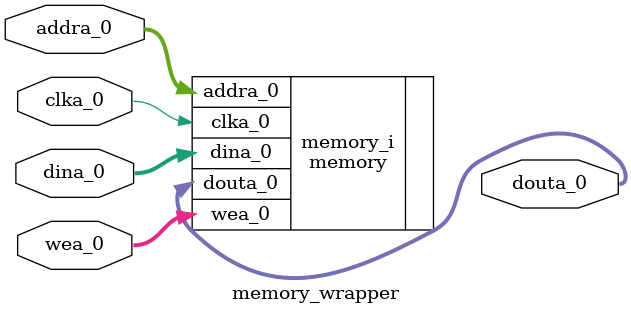
<source format=v>
`timescale 1 ps / 1 ps

module memory_wrapper
   (addra_0,
    clka_0,
    dina_0,
    douta_0,
    wea_0);
  input [31:0]addra_0;
  input clka_0;
  input [31:0]dina_0;
  output [31:0]douta_0;
  input [3:0]wea_0;

  wire [31:0]addra_0;
  wire clka_0;
  wire [31:0]dina_0;
  wire [31:0]douta_0;
  wire [3:0]wea_0;

  memory memory_i
       (.addra_0(addra_0),
        .clka_0(clka_0),
        .dina_0(dina_0),
        .douta_0(douta_0),
        .wea_0(wea_0));
endmodule

</source>
